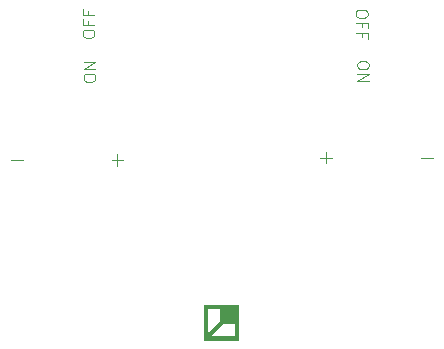
<source format=gbr>
%TF.GenerationSoftware,KiCad,Pcbnew,9.0.1*%
%TF.CreationDate,2025-04-16T23:21:15+03:00*%
%TF.ProjectId,turfing,74757266-696e-4672-9e6b-696361645f70,rev?*%
%TF.SameCoordinates,Original*%
%TF.FileFunction,Legend,Top*%
%TF.FilePolarity,Positive*%
%FSLAX46Y46*%
G04 Gerber Fmt 4.6, Leading zero omitted, Abs format (unit mm)*
G04 Created by KiCad (PCBNEW 9.0.1) date 2025-04-16 23:21:15*
%MOMM*%
%LPD*%
G01*
G04 APERTURE LIST*
%ADD10C,0.100000*%
%ADD11C,0.000000*%
G04 APERTURE END LIST*
D10*
X136912419Y-110655639D02*
X136912419Y-110465163D01*
X136912419Y-110465163D02*
X136960038Y-110369925D01*
X136960038Y-110369925D02*
X137055276Y-110274687D01*
X137055276Y-110274687D02*
X137245752Y-110227068D01*
X137245752Y-110227068D02*
X137579085Y-110227068D01*
X137579085Y-110227068D02*
X137769561Y-110274687D01*
X137769561Y-110274687D02*
X137864800Y-110369925D01*
X137864800Y-110369925D02*
X137912419Y-110465163D01*
X137912419Y-110465163D02*
X137912419Y-110655639D01*
X137912419Y-110655639D02*
X137864800Y-110750877D01*
X137864800Y-110750877D02*
X137769561Y-110846115D01*
X137769561Y-110846115D02*
X137579085Y-110893734D01*
X137579085Y-110893734D02*
X137245752Y-110893734D01*
X137245752Y-110893734D02*
X137055276Y-110846115D01*
X137055276Y-110846115D02*
X136960038Y-110750877D01*
X136960038Y-110750877D02*
X136912419Y-110655639D01*
X137912419Y-109798496D02*
X136912419Y-109798496D01*
X136912419Y-109798496D02*
X137912419Y-109227068D01*
X137912419Y-109227068D02*
X136912419Y-109227068D01*
X161077580Y-109414360D02*
X161077580Y-109604836D01*
X161077580Y-109604836D02*
X161029961Y-109700074D01*
X161029961Y-109700074D02*
X160934723Y-109795312D01*
X160934723Y-109795312D02*
X160744247Y-109842931D01*
X160744247Y-109842931D02*
X160410914Y-109842931D01*
X160410914Y-109842931D02*
X160220438Y-109795312D01*
X160220438Y-109795312D02*
X160125200Y-109700074D01*
X160125200Y-109700074D02*
X160077580Y-109604836D01*
X160077580Y-109604836D02*
X160077580Y-109414360D01*
X160077580Y-109414360D02*
X160125200Y-109319122D01*
X160125200Y-109319122D02*
X160220438Y-109223884D01*
X160220438Y-109223884D02*
X160410914Y-109176265D01*
X160410914Y-109176265D02*
X160744247Y-109176265D01*
X160744247Y-109176265D02*
X160934723Y-109223884D01*
X160934723Y-109223884D02*
X161029961Y-109319122D01*
X161029961Y-109319122D02*
X161077580Y-109414360D01*
X160077580Y-110271503D02*
X161077580Y-110271503D01*
X161077580Y-110271503D02*
X160077580Y-110842931D01*
X160077580Y-110842931D02*
X161077580Y-110842931D01*
X160957580Y-105064360D02*
X160957580Y-105254836D01*
X160957580Y-105254836D02*
X160909961Y-105350074D01*
X160909961Y-105350074D02*
X160814723Y-105445312D01*
X160814723Y-105445312D02*
X160624247Y-105492931D01*
X160624247Y-105492931D02*
X160290914Y-105492931D01*
X160290914Y-105492931D02*
X160100438Y-105445312D01*
X160100438Y-105445312D02*
X160005200Y-105350074D01*
X160005200Y-105350074D02*
X159957580Y-105254836D01*
X159957580Y-105254836D02*
X159957580Y-105064360D01*
X159957580Y-105064360D02*
X160005200Y-104969122D01*
X160005200Y-104969122D02*
X160100438Y-104873884D01*
X160100438Y-104873884D02*
X160290914Y-104826265D01*
X160290914Y-104826265D02*
X160624247Y-104826265D01*
X160624247Y-104826265D02*
X160814723Y-104873884D01*
X160814723Y-104873884D02*
X160909961Y-104969122D01*
X160909961Y-104969122D02*
X160957580Y-105064360D01*
X160481390Y-106254836D02*
X160481390Y-105921503D01*
X159957580Y-105921503D02*
X160957580Y-105921503D01*
X160957580Y-105921503D02*
X160957580Y-106397693D01*
X160481390Y-107111979D02*
X160481390Y-106778646D01*
X159957580Y-106778646D02*
X160957580Y-106778646D01*
X160957580Y-106778646D02*
X160957580Y-107254836D01*
X136832419Y-106935639D02*
X136832419Y-106745163D01*
X136832419Y-106745163D02*
X136880038Y-106649925D01*
X136880038Y-106649925D02*
X136975276Y-106554687D01*
X136975276Y-106554687D02*
X137165752Y-106507068D01*
X137165752Y-106507068D02*
X137499085Y-106507068D01*
X137499085Y-106507068D02*
X137689561Y-106554687D01*
X137689561Y-106554687D02*
X137784800Y-106649925D01*
X137784800Y-106649925D02*
X137832419Y-106745163D01*
X137832419Y-106745163D02*
X137832419Y-106935639D01*
X137832419Y-106935639D02*
X137784800Y-107030877D01*
X137784800Y-107030877D02*
X137689561Y-107126115D01*
X137689561Y-107126115D02*
X137499085Y-107173734D01*
X137499085Y-107173734D02*
X137165752Y-107173734D01*
X137165752Y-107173734D02*
X136975276Y-107126115D01*
X136975276Y-107126115D02*
X136880038Y-107030877D01*
X136880038Y-107030877D02*
X136832419Y-106935639D01*
X137308609Y-105745163D02*
X137308609Y-106078496D01*
X137832419Y-106078496D02*
X136832419Y-106078496D01*
X136832419Y-106078496D02*
X136832419Y-105602306D01*
X137308609Y-104888020D02*
X137308609Y-105221353D01*
X137832419Y-105221353D02*
X136832419Y-105221353D01*
X136832419Y-105221353D02*
X136832419Y-104745163D01*
%TO.C,BAT_L1*%
X131785000Y-117525000D02*
X130785000Y-117525000D01*
X139285000Y-117525000D02*
X140285000Y-117525000D01*
X139785000Y-118025000D02*
X139785000Y-117025000D01*
D11*
%TO.C,G\u002A\u002A\u002A*%
G36*
X150111182Y-131330000D02*
G01*
X150111182Y-132831182D01*
X148610000Y-132831182D01*
X147108818Y-132831182D01*
X147108818Y-132470898D01*
X147724965Y-132470898D01*
X148737931Y-132470898D01*
X149750898Y-132470898D01*
X149750898Y-131960496D01*
X149750898Y-131450094D01*
X149247671Y-131450094D01*
X148744443Y-131450094D01*
X148234704Y-131960496D01*
X147724965Y-132470898D01*
X147108818Y-132470898D01*
X147108818Y-132215035D01*
X147469101Y-132215035D01*
X147979503Y-131705295D01*
X148489905Y-131195556D01*
X148489905Y-130692328D01*
X148489905Y-130189101D01*
X147979503Y-130189101D01*
X147469101Y-130189101D01*
X147469101Y-131202068D01*
X147469101Y-132215035D01*
X147108818Y-132215035D01*
X147108818Y-131330000D01*
X147108818Y-131202068D01*
X147108818Y-129828818D01*
X148610000Y-129828818D01*
X150111182Y-129828818D01*
X150111182Y-131330000D01*
G37*
D10*
%TO.C,BAT_R1*%
X157475000Y-116825000D02*
X157475000Y-117825000D01*
X157975000Y-117325000D02*
X156975000Y-117325000D01*
X165475000Y-117325000D02*
X166475000Y-117325000D01*
%TD*%
M02*

</source>
